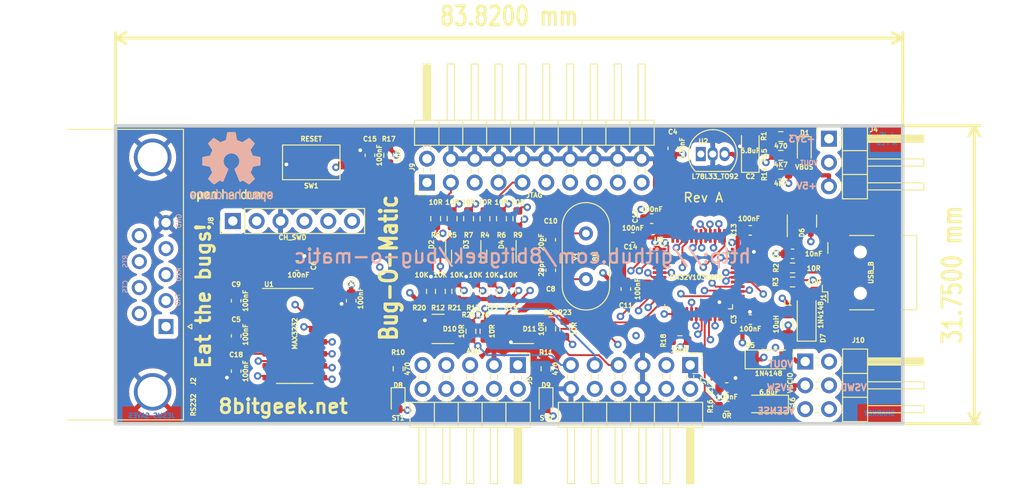
<source format=kicad_pcb>
(kicad_pcb (version 20220427) (generator pcbnew)
  (layers (0 "F.Cu" mixed) (1 "In1.Cu" mixed) (2 "In2.Cu" mixed) (31 "B.Cu" mixed) (34 "B.Paste" user) (35 "F.Paste" user) (36 "B.SilkS" user "B.Silkscreen") (37 "F.SilkS" user "F.Silkscreen") (38 "B.Mask" user) (39 "F.Mask" user) (44 "Edge.Cuts" user))
  (net 0 "")
  (net 1 "GND")
  (net 2 "/VUSB")
  (net 3 "+5V")
  (net 4 "+VSW")
  (net 5 "+3V3")
  (net 6 "/VOUTR")
  (net 7 "/VOUT")
  (net 8 "Net-(U1-C2+)")
  (net 9 "/TDI")
  (net 10 "/TCK")
  (net 11 "/TMS")
  (net 12 "/TDO")
  (net 13 "Net-(U1-C2-)")
  (net 14 "Net-(U1-VS+)")
  (net 15 "/TRST")
  (net 16 "/SRST")
  (net 17 "Net-(U3-PD1)")
  (net 18 "Net-(U1-C1-)")
  (net 19 "Net-(U1-C1+)")
  (net 20 "Net-(U3-PD0)")
  (net 21 "/CH_NRST")
  (net 22 "Net-(D1-K)")
  (net 23 "/MCU-TRST")
  (net 24 "/MCU-TDI")
  (net 25 "/MCU-TCK")
  (net 26 "/MCU-TMS")
  (net 27 "/MCU-TDO")
  (net 28 "/MCU-SRST")
  (net 29 "Net-(D8-K)")
  (net 30 "Net-(D9-K)")
  (net 31 "/MCU_SWNRST")
  (net 32 "/MCU_SWO")
  (net 33 "/MCU_SWDIO")
  (net 34 "/MCU_SWCLK")
  (net 35 "Net-(J2-Pad1)")
  (net 36 "/TXD")
  (net 37 "/RXD")
  (net 38 "/CTS")
  (net 39 "/RTS")
  (net 41 "/VTARGET")
  (net 42 "/AUX6")
  (net 43 "/AUX5")
  (net 44 "/AUX4")
  (net 45 "/AUX3")
  (net 46 "/AUX2")
  (net 47 "/AUX1")
  (net 48 "/AUX0")
  (net 49 "/I2C_SCL")
  (net 50 "/I2C_SDA")
  (net 51 "/UART_TX")
  (net 52 "/UART_RX")
  (net 53 "/CH_SWCLK")
  (net 54 "/CH_SWDIO")
  (net 55 "/CH_SWO")
  (net 59 "/SWCLK")
  (net 60 "/SWDIO")
  (net 61 "/NRST")
  (net 62 "/SWO")
  (net 63 "/UD+")
  (net 64 "/UD-")
  (net 65 "/BOOT1")
  (net 66 "/MCU_SWDIO_PUD")
  (net 67 "/MCU_RS232_CTS")
  (net 68 "/MCU_RS232_RTS")
  (net 69 "/MCU_RS232_TX")
  (net 70 "/MCU_RS232_RX")
  (net 72 "Net-(D7-A)")
  (net 73 "/VSWD")
  (net 74 "Net-(J1-D+)")
  (net 75 "Net-(J1-D-)")
  (net 76 "/ST0")
  (net 77 "/ST1")
  (net 78 "Net-(C18-Pad2)")
  (footprint "Capacitor_SMD:C_0603_1608Metric" (layer "F.Cu") (at 191.25 80)
    (fp_text reference "C1")
    (fp_text value "10nF")
  )
  (footprint "Capacitor_SMD:C_0603_1608Metric" (layer "F.Cu") (at 186.75 87)
    (fp_text reference "C3")
    (fp_text value "100nF")
  )
  (footprint "Package_TO_SOT_SMD:SOT-23" (layer "F.Cu") (at 162 88 180)
    (fp_text reference "D11")
    (fp_text value "NUP2105L" hide)
  )
  (footprint "LED_SMD:LED_0603_1608Metric" (layer "F.Cu") (at 165 95.75 -90)
    (fp_text reference "D9")
    (fp_text value "ST0")
  )
  (footprint "Capacitor_SMD:C_0603_1608Metric" (layer "F.Cu") (at 146.25 69.5 90)
    (fp_text reference "C15")
    (fp_text value "100nF")
  )
  (footprint "Crystal:Crystal_HC49-4H_Vertical" (layer "F.Cu") (at 169.25 82.7 90)
    (fp_text reference "Y1")
    (fp_text value "8M")
  )
  (footprint "Resistor_SMD:R_0603_1608Metric" (layer "F.Cu") (at 160.25 76.25 -90)
    (fp_text reference "R6")
    (fp_text value "10R")
  )
  (footprint "Capacitor_SMD:C_0603_1608Metric" (layer "F.Cu") (at 165.5 81.75 -90)
    (fp_text reference "C8")
    (fp_text value "20pF")
  )
  (footprint "Resistor_SMD:R_0603_1608Metric" (layer "F.Cu") (at 155 76.25 -90)
    (fp_text reference "R5")
    (fp_text value "10R")
  )
  (footprint "Connector_PinHeader_2.54mm:PinHeader_1x06_P2.54mm_Vertical" (layer "F.Cu") (at 131.65 76.5 90)
    (fp_text reference "J8")
    (fp_text value "CH_SWD")
  )
  (footprint "Resistor_SMD:R_0603_1608Metric" (layer "F.Cu") (at 153.25 76.25 -90)
    (fp_text reference "R8")
    (fp_text value "10R")
  )
  (footprint "Diode_SMD:D_MiniMELF" (layer "F.Cu") (at 188.75 91.25)
    (fp_text reference "D5")
    (fp_text value "1N4148")
  )
  (footprint "Resistor_SMD:R_0603_1608Metric" (layer "F.Cu") (at 153.75 84 90)
    (fp_text reference "R12")
    (fp_text value "10K")
  )
  (footprint "Package_TO_SOT_SMD:SOT-23" (layer "F.Cu") (at 153.5 88 180)
    (fp_text reference "D10")
    (fp_text value "NUP2105L" hide)
  )
  (footprint "Resistor_SMD:R_0603_1608Metric" (layer "F.Cu") (at 158.5 76.25 -90)
    (fp_text reference "R4")
    (fp_text value "10R")
  )
  (footprint "Resistor_SMD:R_0603_1608Metric" (layer "F.Cu") (at 159.25 84 90)
    (fp_text reference "R22")
    (fp_text value "10K")
  )
  (footprint "Package_SO:SOIC-16_3.9x9.9mm_P1.27mm" (layer "F.Cu") (at 138.25 88.75)
    (fp_text reference "U1")
    (fp_text value "MAX3232")
  )
  (footprint "Package_TO_SOT_THT:TO-92_Inline" (layer "F.Cu") (at 181.48 69.36)
    (fp_text reference "U2")
    (fp_text value "L78L33_TO92")
  )
  (footprint "Resistor_SMD:R_0603_1608Metric" (layer "F.Cu") (at 148.25 69.5 -90)
    (fp_text reference "R17")
    (fp_text value "10K")
  )
  (footprint "Capacitor_SMD:C_0603_1608Metric" (layer "F.Cu") (at 165.5 78.5 90)
    (fp_text reference "C10")
    (fp_text value "20pF")
  )
  (footprint "Capacitor_SMD:C_0603_1608Metric" (layer "F.Cu") (at 138.5 81.25 180)
    (fp_text reference "C6")
    (fp_text value "100nF")
  )
  (footprint "Capacitor_SMD:C_0603_1608Metric" (layer "F.Cu") (at 176.25 76.25 180)
    (fp_text reference "C12")
    (fp_text value "100nF")
  )
  (footprint "Connector_PinHeader_2.54mm:PinHeader_2x03_P2.54mm_Horizontal" (layer "F.Cu") (at 192.6 91.475)
    (fp_text reference "J10")
    (fp_text value "VCCIO")
  )
  (footprint "Resistor_SMD:R_0603_1608Metric" (layer "F.Cu") (at 149.25 92.25 90)
    (fp_text reference "R10")
    (fp_text value "470")
  )
  (footprint "Capacitor_Tantalum_SMD:CP_EIA-3216-18_Kemet-A" (layer "F.Cu") (at 186.75 69 90)
    (fp_text reference "C2")
    (fp_text value "6.8uF")
  )
  (footprint "Inductor_SMD:L_0805_2012Metric" (layer "F.Cu") (at 190.75 87.5 90)
    (fp_text reference "L1")
    (fp_text value "10uH")
  )
  (footprint "Package_TO_SOT_SMD:SOT-23" (layer "F.Cu") (at 156.5 80.25 -90)
    (fp_text reference "D3")
    (fp_text value "NUP2105L" hide)
  )
  (footprint "Capacitor_SMD:C_0603_1608Metric" (layer "F.Cu") (at 132 92.5 90)
    (fp_text reference "C18")
    (fp_text value "100nF")
  )
  (footprint "LED_SMD:LED_0603_1608Metric" (layer "F.Cu") (at 149.25 95.75 -90)
    (fp_text reference "D8")
    (fp_text value "ST1")
  )
  (footprint "Resistor_SMD:R_0603_1608Metric" (layer "F.Cu") (at 155.5 84 90)
    (fp_text reference "R21")
    (fp_text value "10K")
  )
  (footprint "Package_TO_SOT_SMD:SOT-23" (layer "F.Cu") (at 192.25 76.5 90)
    (fp_text reference "D6")
    (fp_text value "NUP2105L" hide)
  )
  (footprint "Capacitor_SMD:C_0603_1608Metric" (layer "F.Cu") (at 178.5 68.75 90)
    (fp_text reference "C4")
    (fp_text value "100nF")
  )
  (footprint "Diode_SMD:D_MiniMELF" (layer "F.Cu") (at 192.75 86.75 90)
    (fp_text reference "D7")
    (fp_text value "1N4148")
  )
  (footprint "Resistor_SMD:R_0603_1608Metric" (layer "F.Cu") (at 157 88.25 90)
    (fp_text reference "R25")
    (fp_text value "10R")
  )
  (footprint "Resistor_SMD:R_0603_1608Metric" (layer "F.Cu") (at 165 92.25 90)
    (fp_text reference "R11")
    (fp_text value "470")
  )
  (footprint "Connector_USB:USB_Mini-B_Wuerth_65100516121_Horizontal" (layer "F.Cu") (at 198.475 82 90)
    (fp_text reference "J1")
    (fp_text value "USB_B")
  )
  (footprint "Resistor_SMD:R_0603_1608Metric" (layer "F.Cu") (at 190 67.5 180)
    (fp_text reference "R1")
    (fp_text value "470")
  )
  (footprint "Capacitor_SMD:C_0603_1608Metric" (layer "F.Cu") (at 132 88.75 -90)
    (fp_text reference "C5")
    (fp_text value "100nF")
  )
  (footprint "Capacitor_SMD:C_0603_1608Metric" (layer "F.Cu") (at 144.25 85 -90)
    (fp_text reference "C7")
    (fp_text value "100nF")
  )
  (footprint "Capacitor_SMD:C_0603_1608Metric" (layer "F.Cu") (at 173.5 83.75 90)
    (fp_text reference "C11")
    (fp_text value "100nF")
  )
  (footprint "Package_QFP:LQFP-48_7x7mm_P0.5mm" (layer "F.Cu") (at 181.25 82.25)
    (fp_text reference "U3")
    (fp_text value "CH32V103C8T6")
  )
  (footprint "Connector_PinHeader_2.54mm:PinHeader_1x03_P2.54mm_Horizontal" (layer "F.Cu") (at 195.125 67.725)
    (fp_text reference "J4")
    (fp_text value "VOUT")
  )
  (footprint "Resistor_SMD:R_0603_1608Metric" (layer "F.Cu") (at 190 71.5)
    (fp_text reference "R14")
    (fp_text value "4K7")
  )
  (footprint "Resistor_SMD:R_0603_1608Metric" (layer "F.Cu") (at 191.25 83)
    (fp_text reference "R3")
    (fp_text value "10R")
  )
  (footprint "Connector_PinHeader_2.54mm:PinHeader_2x10_P2.54mm_Horizontal" (layer "F.Cu") (at 152.325 72.4 90)
    (fp_text reference "J9")
    (fp_text value "JTAG")
  )
  (footprint "Connector_PinHeader_2.54mm:PinHeader_2x05_P2.54mm_Horizontal" (layer "F.Cu") (at 162 91.85 -90)
    (fp_text reference "J5")
    (fp_text value "AUX")
  )
  (footprint "Capacitor_Tantalum_SMD:CP_EIA-3216-18_Kemet-A" (layer "F.Cu") (at 188.5 96 180)
    (fp_text reference "C16")
    (fp_text value "6.8uF")
  )
  (footprint "Resistor_SMD:R_0603_1608Metric" (layer "F.Cu") (at 157.5 84 90)
    (fp_text reference "R13")
    (fp_text value "10K")
  )
  (footprint "Resistor_SMD:R_0603_1608Metric" (layer "F.Cu") (at 162 76.25 -90)
    (fp_text reference "R9")
    (fp_text value "10R")
  )
  (footprint "Resistor_SMD:R_0603_1608Metric" (layer "F.Cu") (at 165.5 88 90)
    (fp_text reference "R24")
    (fp_text value "10R")
  )
  (footprint "Resistor_SMD:R_0603_1608Metric" (layer "F.Cu") (at 151.75 84 90)
    (fp_text reference "R20")
    (fp_text value "10K")
  )
  (footprint "Capacitor_SMD:C_0603_1608Metric" (layer "F.Cu") (at 186.75 77.5)
    (fp_text reference "C13")
    (fp_text value "100nF")
  )
  (footprint "Resistor_SMD:R_0603_1608Metric" (layer "F.Cu") (at 161.25 84 90)
    (fp_text reference "R19")
    (fp_text value "10K")
  )
  (footprint "Resistor_SMD:R_0603_1608Metric" (layer "F.Cu") (at 191.25 81.5)
    (fp_text reference "R2")
    (fp_text value "10R")
  )
  (footprint "Capacitor_SMD:C_0603_1608Metric" (layer "F.Cu") (at 132 85 90)
    (fp_text reference "C9")
    (fp_text value "100nF")
  )
  (footprint "Resistor_SMD:R_0603_1608Metric" (layer "F.Cu") (at 179.25 89.25 180)
    (fp_text reference "R18")
    (fp_text value "100R")
  )
  (footprint "Resistor_SMD:R_0603_1608Metric" (layer "F.Cu") (at 190 69.5 180)
    (fp_text reference "R15")
    (fp_text value "4K7")
  )
  (footprint "Connector_PinHeader_2.54mm:PinHeader_2x06_P2.54mm_Horizontal" (layer "F.Cu") (at 180.35 91.85 -90)
    (fp_text reference "J7")
    (fp_text value "SWD/SERIAL")
  )
  (footprint "Resistor_SMD:R_0603_1608Metric" (layer "F.Cu") (at 156.75 76.25 -90)
    (fp_text reference "R7")
    (fp_text value "10R")
  )
  (footprint "Resistor_SMD:R_0603_1608Metric" (layer "F.Cu") (at 184.25 96.25)
    (fp_text reference "R16")
    (fp_text value "0R")
  )
  (footprint "Capacitor_SMD:C_0603_1608Metric" (layer "F.Cu") (at 174.25 78.25 180)
    (fp_text reference "C14")
    (fp_text value "100nF")
  )
  (footprint "Resistor_SMD:R_0603_1608Metric" (layer "F.Cu") (at 158.5 88.25 -90)
    (fp_text reference "R26")
    (fp_text value "10R")
  )
  (footprint "Package_TO_SOT_SMD:SOT-23" (layer "F.Cu") (at 160.25 80.25 -90)
    (fp_text reference "D4")
    (fp_text value "NUP2105L" hide)
  )
  (footprint "Symbol:OSHW-Logo2_9.8x8mm_SilkScreen" (layer "F.Cu") (at 131.5 70.75)
    (fp_text reference "REF1" hide)
    (fp_text value "OSHW-Logo2_9.8x8mm_SilkScreen" hide)
  )
  (footprint "Resistor_SMD:R_0603_1608Metric" (layer "F.Cu") (at 167 88 90)
    (fp_text reference "R23")
    (fp_text value "10R")
  )
  (footprint "Package_TO_SOT_SMD:SOT-23" (layer "F.Cu") (at 152.75 80.25 -90)
    (fp_text reference "D2")
    (fp_text value "NUP2105L" hide)
  )
  (footprint "Connector_Dsub:DSUB-9_Female_Horizontal_P2.77x2.84mm_EdgePinOffset7.70mm_Housed_MountingHolesOffset9.12mm" (layer "F.Cu") (at 124.5303 87.75 -90)
    (fp_text reference "J2")
    (fp_text value "RS232")
  )
  (footprint "Capacitor_SMD:C_0603_1608Metric" (layer "F.Cu") (at 184.25 94.25)
    (fp_text reference "C17")
    (fp_text value "100nF")
  )
  (footprint "LED_SMD:LED_0603_1608Metric" (layer "F.Cu") (at 192.5 69 -90)
    (fp_text reference "D1")
    (fp_text value "VBUS")
  )
  (footprint "Button_Switch_SMD:SW_SPST_CK_RS282G05A3" (layer "F.Cu") (at 140 70.25 180)
    (fp_text reference "SW1")
    (fp_text value "RESET")
  )
  (footprint "Symbol:OSHW-Logo2_9.8x8mm_SilkScreen" (layer "B.Cu") (at 131.5 70.75 180)
    (fp_text reference "REF2" hide)
    (fp_text value "OSHW-Logo2_9.8x8mm_SilkScreen" hide)
  )
  (gr_line (start 119.16254 66.35) (end 202.98254 66.35) (stroke (width 0.381)) (layer "Edge.Cuts"))
  (gr_line (start 119.16254 98.1) (end 119.16254 66.35) (stroke (width 0.381)) (layer "Edge.Cuts"))
  (gr_line (start 202.98254 98.1) (end 119.16254 98.1) (stroke (width 0.381)) (layer "Edge.Cuts"))
  (gr_line (start 202.98254 66.35) (end 202.98254 98.1) (stroke (width 0.381)) (layer "Edge.Cuts"))
  (gr_text "JESUS SAVES" (at 123 97.25) (layer "B.Cu") (effects (font (size 0.5 0.5) (thickness 0.125)) (justify mirror)))
  (gr_text "L IS\nA FED" (at 201.25 67.75) (layer "B.Cu") (effects (font (size 0.5 0.5) (thickness 0.125)) (justify mirror)))
  (gr_text "SHARKEY" (at 200.5 97) (layer "B.Cu") (effects (font (size 0.5 0.5) (thickness 0.125)) (justify mirror)))
  (gr_text "http://github.com/8bitgeek/bug-o-matic" (at 162.5 80.25) (layer "B.SilkS") (effects (font (size 1.5 1.5) (thickness 0.25) bold) (justify mirror)))
  (gr_text "VSWD" (at 197.75 94.25) (layer "B.SilkS") (effects (font (size 0.7 0.7) (thickness 0.175)) (justify mirror)))
  (gr_text "+VSW" (at 190 94.25) (layer "B.SilkS") (effects (font (size 0.7 0.7) (thickness 0.175)) (justify mirror)))
  (gr_text "VOUT" (at 190 91.75) (layer "B.SilkS") (effects (font (size 0.7 0.7) (thickness 0.175)) (justify mirror)))
  (gr_text "TXD" (at 125.8 84.9 90) (layer "B.SilkS") (effects (font (size 0.508 0.508) (thickness 0.0762)) (justify mirror)))
  (gr_text "+3V3" (at 192.25 67.75) (layer "B.SilkS") (effects (font (size 0.7 0.7) (thickness 0.175)) (justify mirror)))
  (gr_text "VSENSE" (at 189.5 96.75) (layer "B.SilkS") (effects (font (size 0.7 0.7) (thickness 0.175)) (justify mirror)))
  (gr_text "RTS" (at 120.2 80.8 90) (layer "B.SilkS") (effects (font (size 0.508 0.508) (thickness 0.0762)) (justify mirror)))
  (gr_text "CTS" (at 120.2 83.5 90) (layer "B.SilkS") (effects (font (size 0.508 0.508) (thickness 0.0762)) (justify mirror)))
  (gr_text "+5V" (at 192.75 72.75) (layer "B.SilkS") (effects (font (size 0.7 0.7) (thickness 0.175)) (justify mirror)))
  (gr_text "RXD" (at 125.9 82.2 90) (layer "B.SilkS") (effects (font (size 0.508 0.508) (thickness 0.0762)) (justify mirror)))
  (gr_text "GND" (at 125.9 76.5 90) (layer "B.SilkS") (effects (font (size 0.508 0.508) (thickness 0.0762)) (justify mirror)))
  (gr_text "Rev A" (at 181.75 74) (layer "F.SilkS") (effects (font (size 1 1))))
  (gr_text "Bug-O-Matic" (at 148.25 81.5 90) (layer "F.SilkS") (effects (font (size 1.8 1.5) (thickness 0.35) bold)))
  (gr_text "Eat the bugs!" (at 128.5 84.5 90) (layer "F.SilkS") (effects (font (size 1.5 1.5) (thickness 0.3) bold)))
  (gr_text "8bitgeek.net" (at 137 96.25) (layer "F.SilkS") (effects (font (size 1.5 1.5) (thickness 0.3) bold)))
  (dimension (type aligned) (layer "F.SilkS") (pts (xy 202.72854 98.1) (xy 202.72854 66.35)) (height 7.87146) (gr_text "31.7500 mm" (at 208.2632 82.225 90) (layer "F.SilkS") (effects (font (size 2.032 1.524) (thickness 0.3048)))) (format (units 2) (units_format 1) (precision 4)) (style (thickness 0.3048) (arrow_length 1.27) (text_position_mode 0) (extension_height 0.58642) (extension_offset 0) keep_text_aligned))
  (dimension (type aligned) (layer "F.SilkS") (pts (xy 202.98254 66.477) (xy 119.16254 66.477)) (height 9.477) (gr_text "83.8200 mm" (at 161.07254 54.6632) (layer "F.SilkS") (effects (font (size 2.032 1.524) (thickness 0.3048)))) (format (units 2) (units_format 1) (precision 4)) (style (thickness 0.3048) (arrow_length 1.27) (text_position_mode 0) (extension_height 0.58642) (extension_offset 0) keep_text_aligned))
  (segment (start 201.375 77.6) (end 197.4503 77.6) (width 0.45) (layer "F.Cu") (net 1))
  (segment (start 183.4627 85.3806) (end 183.4627 85.1501) (width 0.45) (layer "F.Cu") (net 1))
  (segment (start 137.1753 70.25) (end 137.1753 70.2927) (width 0.45) (layer "F.Cu") (net 1))
  (segment (start 176.9064 74.4694) (end 176.9064 74.8186) (width 0.45) (layer "F.Cu") (net 1))
  (segment (start 164.6487 81.7245) (end 164.7505 81.7245) (width 0.45) (layer "F.Cu") (net 1))
  (segment (start 185.025 93.388) (end 185.1755 93.2375) (width 0.45) (layer "F.Cu") (net 1))
  (segment (start 145.2121 68.9532) (end 146.0218 68.9532) (width 0.45) (layer "F.Cu") (net 1))
  (segment (start 180.2508 77.0026) (end 179.0903 77.0026) (width 0.45) (layer "F.Cu") (net 1))
  (segment (start 192.25 75.5625) (end 192.025 75.7875) (width 0.45) (layer "F.Cu") (net 1))
  (segment (start 165.5 80.975) (end 165.5 79.275) (width 0.45) (layer "F.Cu") (net 1))
  (segment (start 152.5625 88.1125) (end 152.5625 88) (width 0.45) (layer "F.Cu") (net 1))
  (segment (start 187.525 87) (end 186.7134 86.1884) (width 0.45) (layer "F.Cu") (net 1))
  (segment (start 185.652 68.5425) (end 185.8575 68.5425) (width 0.45) (layer "F.Cu") (net 1))
  (segment (start 192.025 75.7875) (end 192.025 76.3496) (width 0.45) (layer "F.Cu") (net 1))
  (segment (start 161.0625 88) (end 161.2551 88.1926) (width 0.45) (layer "F.Cu") (net 1))
  (segment (start 195.875 81.2) (end 194.2997 81.2) (width 0.45) (layer "F.Cu") (net 1))
  (segment (start 185.7658 96) (end 187.15 96) (width 0.45) (layer "F.Cu") (net 1))
  (segment (start 187.1337 79.7854) (end 187.525 79.3941) (width 0.45) (layer "F.Cu") (net 1))
  (segment (start 176.615 69.86) (end 178.5 67.975) (width 0.45) (layer "F.Cu") (net 1))
  (segment (start 194.2997 80.8064) (end 192.8314 80.8064) (width 0.45) (layer "F.Cu") (net 1))
  (segment (start 160.25 82.4277) (end 160.25 81.1875) (width 0.45) (layer "F.Cu") (net 1))
  (segment (start 143.2259 85.3343) (end 143.8093 85.3343) (width 0.45) (layer "F.Cu") (net 1))
  (segment (start 186.4444 80.0373) (end 185.4498 80.0373) (width 0.3004) (layer "F.Cu") (net 1))
  (segment (start 146.0218 68.9532) (end 146.25 68.725) (width 0.45) (layer "F.Cu") (net 1))
  (segment (start 187.525 77.5) (end 188.6754 76.3496) (width 0.45) (layer "F.Cu") (net 1))
  (segment (start 152.75 82.4331) (end 152.75 81.1875) (width 0.45) (layer "F.Cu") (net 1))
  (segment (start 152.5625 87.5445) (end 152.1067 87.0887) (width 0.45) (layer "F.Cu") (net 1))
  (segment (start 156.5 82.4285) (end 156.5 81.1875) (width 0.45) (layer "F.Cu") (net 1))
  (segment (start 186.8818 80.0373) (end 187.1337 79.7854) (width 0.45) (layer "F.Cu") (net 1))
  (segment (start 186.4444 80.0373) (end 186.8818 80.0373) (width 0.45) (layer "F.Cu") (net 1))
  (segment (start 179.0903 77.0026) (end 179.0374 77.0555) (width 0.45) (layer "F.Cu") (net 1))
  (segment (start 185.025 94.25) (end 185.025 93.388) (width 0.45) (layer "F.Cu") (net 1))
  (segment (start 183.4627 86.3752) (end 183.5 86.4125) (width 0.3004) (layer "F.Cu") (net 1))
  (segment (start 175.475 76.25) (end 173.475 78.25) (width 0.45) (layer "F.Cu") (net 1))
  (segment (start 197.4503 77.6) (end 197.4503 80.4) (width 0.45) (layer "F.Cu") (net 1))
  (segment (start 195.875 80.4) (end 195.0874 80.4) (width 0.45) (layer "F.Cu") (net 1))
  (segment (start 197.4503 86.4) (end 195.875 86.4) (width 0.45) (layer "F.Cu") (net 1))
  (segment (start 185.075 96.25) (end 185.5454 95.7796) (width 0.45) (layer "F.Cu") (net 1))
  (segment (start 136.1 70.25) (end 137.1753 70.25) (width 0.45) (layer "F.Cu") (net 1))
  (segment (start 131.0222 93.191) (end 131.916 93.191) (width 0.45) (layer "F.Cu") (net 1))
  (segment (start 185.025 95.2592) (end 185.025 94.25) (width 0.45) (layer "F.Cu") (net 1))
  (segment (start 139.275 81.25) (end 139.275 80.238) (width 0.45) (layer "F.Cu") (net 1))
  (segment (start 185.4498 80.0373) (end 185.4125 80) (width 0.3004) (layer "F.Cu") (net 1))
  (segment (start 176.9064 74.8186) (end 175.475 76.25) (width 0.45) (layer "F.Cu") (net 1))
  (segment (start 180.5 78.0875) (end 180.5 77.2518) (width 0.45) (layer "F.Cu") (net 1))
  (segment (start 165.7387 92.1637) (end 165 91.425) (width 0.45) (layer "F.Cu") (net 1))
  (segment (start 192.8314 80.8064) (end 192.025 80) (width 0.45) (layer "F.Cu") (net 1))
  (segment (start 176.615 69.86) (end 176.615 74.178) (width 0.45) (layer "F.Cu") (net 1))
  (segment (start 186.75 67.65) (end 189.025 67.65) (width 0.45) (layer "F.Cu") (net 1))
  (segment (start 194.2997 80.8064) (end 194.2997 81.2) (width 0.45) (layer "F.Cu") (net 1))
  (segment (start 152.5625 88) (end 152.5625 87.5445) (width 0.45) (layer "F.Cu") (net 1))
  (segment (start 195.0874 80.4) (end 194.7061 80.4) (width 0.45) (layer "F.Cu") (net 1))
  (segment (start 173.475 78.25) (end 173.3094 78.4156) (width 0.45) (layer "F.Cu") (net 1))
  (segment (start 173.3094 78.4156) (end 173.3094 82.7596) (width 0.45) (layer "F.Cu") (net 1))
  (segment (start 179.0374 78.0501) (end 179 78.0875) (width 0.3004) (layer "F.Cu") (net 1))
  (segment (start 185.8575 68.5425) (end 186.75 67.65) (width 0.45) (layer "F.Cu") (net 1))
  (segment (start 173.5124 82.9626) (end 173.5 82.975) (width 0.45) (layer "F.Cu") (net 1))
  (segment (start 179.0903 77.0026) (end 176.9064 74.8186) (width 0.45) (layer "F.Cu") (net 1))
  (segment (start 183.4627 85.3806) (end 183.4627 86.3752) (width 0.3004) (layer "F.Cu") (net 1))
  (segment (start 185.5454 95.7796) (end 185.025 95.2592) (width 0.45) (layer "F.Cu") (net 1))
  (segment (start 189.025 67.65) (end 189.175 67.5) (width 0.45) (layer "F.Cu") (net 1))
  (segment (start 192.025 76.3496) (end 192.025 80) (width 0.45) (layer "F.Cu") (net 1))
  (segment (start 197.4503 86.4) (end 197.4503 80.4) (width 0.45) (layer "F.Cu") (net 1))
  (segment (start 161.2551 89.4174) (end 161.4137 89.576) (width 0.45) (layer "F.Cu") (net 1))
  (segment (start 142.9852 85.575) (end 143.2259 85.3343) (width 0.45) (layer "F.Cu") (net 1))
  (segment (start 176.0555 82.9626) (end 173.5124 82.9626) (width 0.45) (layer "F.Cu") (net 1))
  (segment (start 131.916 93.191) (end 132 93.275) (width 0.45) (layer "F.Cu") (net 1))
  (segment (start 175.185 69.86) (end 176.615 69.86) (width 0.45) (layer "F.Cu") (net 1))
  (segment (start 163.151 89.576) (end 165 91.425) (width 0.45) (layer "F.Cu") (net 1))
  (segment (start 180.5 77.2518) (end 180.2508 77.0026) (width 0.45) (layer "F.Cu") (net 1))
  (segment (start 173.3094 82.7596) (end 173.5124 82.9626) (width 0.45) (layer "F.Cu") (net 1))
  (segment (start 187.525 79.3941) (end 187.525 77.5) (width 0.45) (layer "F.Cu") (net 1))
  (segment (start 177.0501 82.9626) (end 177.0875 83) (width 0.3004) (layer "F.Cu") (net 1))
  (segment (start 176.0555 82.9626) (end 177.0501 82.9626) (width 0.3004) (layer "F.Cu") (net 1))
  (segment (start 164.7505 81.7245) (end 165.5 80.975) (width 0.45) (layer "F.Cu") (net 1))
  (segment (start 140.725 85.575) (end 142.9852 85.575) (width 0.45) (layer "F.Cu") (net 1))
  (segment (start 137.1753 70.2927) (end 137.3524 70.4698) (width 0.45) (layer "F.Cu") (net 1))
  (segment (start 185.5454 95.7796) (end 185.7658 96) (width 0.45) (layer "F.Cu") (net 1))
  (segment (start 161.4137 89.576) (end 163.151 89.576) (width 0.45) (layer "F.Cu") (net 1))
  (segment (start 197.4503 77.6) (end 195.875 77.6) (width 0.45) (layer "F.Cu") (net 1))
  (segment (start 188.6754 76.3496) (end 192.025 76.3496) (width 0.45) (layer "F.Cu") (net 1))
  (segment (start 161.2551 88.1926) (end 161.2551 89.4174) (width 0.45) (layer "F.Cu") (net 1))
  (segment (start 194.7061 80.4) (end 194.2997 80.8064) (width 0.45) (layer "F.Cu") (net 1))
  (segment (start 195.875 80.4) (end 197.4503 80.4) (width 0.45) (layer "F.Cu") (net 1))
  (segment (start 201.375 86.4) (end 197.4503 86.4) (width 0.45) (layer "F.Cu") (net 1))
  (segment (start 149.25 91.425) (end 152.5625 88.1125) (width 0.45) (layer "F.Cu") (net 1))
  (segment (start 179.0374 77.0555) (end 179.0374 78.0501) (width 0.3004) (layer "F.Cu") (net 1))
  (segment (start 176.615 74.178) (end 176.9064 74.4694) (width 0.45) (layer "F.Cu") (net 1))
  (segment (start 143.8093 85.3343) (end 144.25 85.775) (width 0.45) (layer "F.Cu") (net 1))
  (via (at 161.2551 89.4174) (size 0.8) (drill 0.4) (layers "F.Cu" "B.Cu") (net 1))
  (via (at 143.2259 85.3343) (size 0.8) (drill 0.4) (layers "F.Cu" "B.Cu") (net 1))
  (via (at 183.4627 85.1501) (size 0.8) (drill 0.4) (layers "F.Cu" "B.Cu") (net 1))
  (via (at 131.0222 93.191) (size 0.8) (drill 0.4) (layers "F.Cu" "B.Cu") (net 1))
  (via (at 185.1755 93.2375) (size 0.8) (drill 0.4) (layers "F.Cu" "B.Cu") (net 1))
  (via (at 186.7134 86.1884) (size 0.8) (drill 0.4) (layers "F.Cu" "B.Cu") (net 1))
  (via (at 152.75 82.4331) (size 0.8) (drill 0.4) (layers "F.Cu" "B.Cu") (net 1))
  (via (at 164.6487 81.7245) (size 0.8) (drill 0.4) (layers "F.Cu" "B.Cu") (net 1))
  (via (at 139.275 80.238) (size 0.8) (drill 0.4) (layers "F.Cu" "B.Cu") (net 1))
  (via (at 187.1337 79.7854) (size 0.8) (drill 0.4) (layers "F.Cu" "B.Cu") (net 1))
  (via (at 185.652 68.5425) (size 0.8) (drill 0.4) (layers "F.Cu" "B.Cu") (net 1))
  (via (at 165.7387 92.1637) (size 0.8) (drill 0.4) (layers "F.Cu" "B.Cu") (net 1))
  (via (at 152.1067 87.0887) (size 0.8) (drill 0.4) (layers "F.Cu" "B.Cu") (net 1))
  (via (at 145.2121 68.9532) (size 0.8) (drill 0.4) (layers "F.Cu" "B.Cu") (net 1))
  (via (at 160.25 82.4277) (size 0.8) (drill 0.4) (layers "F.Cu" "B.Cu") (net 1))
  (via (at 137.3524 70.4698) (size 0.8) (drill 0.4) (layers "F.Cu" "B.Cu") (net 1))
  (via (at 156.5 82.4285) (size 0.8) (drill 0.4) (layers "F.Cu" "B.Cu") (net 1))
  (segment (start 190.818 88.4945) (end 190.75 88.5625) (width 0.45) (layer "F.Cu") (net 2))
  (segment (start 190.818 88.4945) (end 190.818 87.628) (width 0.45) (layer "F.Cu") (net 2))
  (segment (start 191.5747 88.5) (end 190.8235 88.5) (width 0.45) (layer "F.Cu") (net 2))
  (segment (start 190.8235 88.5) (end 190.818 88.4945) (width 0.45) (layer "F.Cu") (net 2))
  (segment (start 190.818 87.628) (end 190.7871 87.5971) (width 0.45) (layer "F.Cu") (net 2))
  (segment (start 189.519 79.995) (end 190.47 79.995) (width 0.45) (layer "F.Cu") (net 2))
  (segment (start 190.47 79.995) (end 190.475 80) (width 0.45) (layer "F.Cu") (net 2))
  (segment (start 192.75 88.5) (end 191.5747 88.5) (width 0.45) (layer "F.Cu") (net 2))
  (via (at 190.7871 87.5971) (size 0.8) (drill 0.4) (layers "F.Cu" "B.Cu") (net 2))
  (via (at 189.519 79.995) (size 0.8) (drill 0.4) (layers "F.Cu" "B.Cu") (net 2))
  (segment (start 195.125 72.805) (end 195.125 71.6297) (width 0.45) (layer "F.Cu") (net 3))
  (segment (start 194.3422 71.6297) (end 192.5 69.7875) (width 0.45) (layer "F.Cu") (net 3))
  (segment (start 184.02 69.36) (end 184.8703 69.36) (width 0.45) (layer "F.Cu") (net 3))
  (segment (start 190.1607 84.7375) (end 190.75 85.3268) (width 0.45) (layer "F.Cu") (net 3))
  (segment (start 195.125 71.6297) (end 194.3422 71.6297) (width 0.45) (layer "F.Cu") (net 3))
  (segment (start 190.75 85.3268) (end 190.75 86.4375) (width 0.45) (layer "F.Cu") (net 3))
  (segment (start 185.8603 70.35) (end 186.75 70.35) (width 0.45) (layer "F.Cu") (net 3))
  (segment (start 184.8703 69.36) (end 185.8603 70.35) (width 0.45) (layer "F.Cu") (net 3))
  (via (at 190.1607 84.7375) (size 0.8) (drill 0.4) (layers "F.Cu" "B.Cu") (net 3))
  (segment (start 149.0309 69.4559) (end 148.25 68.675) (width 0.45) (layer "F.Cu") (net 4))
  (segment (start 177.0093 77.8328) (end 177.0093 76.2657) (width 0.45) (layer "F.Cu") (net 4))
  (segment (start 185.4125 79.5) (end 185.4125 78.7903) (width 0.45) (layer "F.Cu") (net 4))
  (segment (start 185.975 87) (end 185.9159 87.0591) (width 0.45) (layer "F.Cu") (net 4))
  (segment (start 176.6105 83.5) (end 176.5975 83.513) (width 0.45) (layer "F.Cu") (net 4))
  (segment (start 184.8021 78.7903) (end 185.4125 78.7903) (width 0.45) (layer "F.Cu") (net 4))
  (segment (start 185.2693 86.4125) (end 185.9159 87.0591) (width 0.45) (layer "F.Cu") (net 4))
  (segment (start 189.85 96) (end 191.4247 94.4253) (width 0.45) (layer "F.Cu") (net 4))
  (segment (start 153.75 84.825) (end 151.75 84.825) (width 0.45) (layer "F.Cu") (net 4))
  (segment (start 162.0774 83.9096) (end 161.25 84.737) (width 0.45) (layer "F.Cu") (net 4))
  (segment (start 173.5 84.525) (end 171.0601 82.0851) (width 0.45) (layer "F.Cu") (net 4))
  (segment (start 185.975 74.7) (end 189.175 71.5) (width 0.45) (layer "F.Cu") (net 4))
  (segment (start 185.975 77.5) (end 185.975 74.7) (width 0.45) (layer "F.Cu") (net 4))
  (segment (start 140.805 84.225) (end 140.725 84.305) (width 0.45) (layer "F.Cu") (net 4))
  (segment (start 191.4247 94.4253) (end 191.4247 94.015) (width 0.45) (layer "F.Cu") (net 4))
  (segment (start 157.5 84.825) (end 155.5 84.825) (width 0.45) (layer "F.Cu") (net 4))
  (segment (start 155.5 84.825) (end 153.75 84.825) (width 0.45) (layer "F.Cu") (net 4))
  (segment (start 161.25 84.737) (end 161.25 84.825) (width 0.45) (layer "F.Cu") (net 4))
  (segment (start 151.75 84.825) (end 151.1699 84.825) (width 0.45) (layer "F.Cu") (net 4))
  (segment (start 185.4125 78.0625) (end 185.975 77.5) (width 0.45) (layer "F.Cu") (net 4))
  (segment (start 190.825 69.85) (end 190.825 69.5) (width 0.45) (layer "F.Cu") (net 4))
  (segment (start 177.264 78.0875) (end 177.0093 77.8328) (width 0.45) (layer "F.Cu") (net 4))
  (segment (start 185.4125 78.7903) (end 185.4125 78.0625) (width 0.45) (layer "F.Cu") (net 4))
  (segment (start 178.5 78.0875) (end 177.264 78.0875) (width 0.45) (layer "F.Cu") (net 4))
  (segment (start 177.0875 79.5) (end 176.5921 79.0046) (width 0.45) (layer "F.Cu") (net 4))
  (segment (start 177.0875 83.5) (end 176.6105 83.5) (width 0.45) (layer "F.Cu") (net 4))
  (segment (start 144.25 84.225) (end 140.805 84.225) (width 0.45) (layer "F.Cu") (net 4))
  (segment (start 184 86.4125) (end 185.2693 86.4125) (width 0.45) (layer "F.Cu") (net 4))
  (segment (start 176.5921 78.25) (end 177.0093 77.8328) (width 0.45) (layer "F.Cu") (net 4))
  (segment (start 176.4175 83.513) (end 174.512 83.513) (width 0.45) (layer "F.Cu") (net 4))
  (segment (start 176.5921 78.25) (end 175.025 78.25) (width 0.45) (layer "F.Cu") (net 4))
  (segment (start 159.25 84.825) (end 161.25 84.825) (width 0.45) (layer "F.Cu") (net 4))
  (segment (start 176.5921 78.7903) (end 176.5921 78.25) (width 0.45) (layer "F.Cu") (net 4))
  (segment (start 144.25 84.225) (end 144.25 83.2671) (width 0.45) (layer "F.Cu") (net 4))
  (segment (start 177.0093 76.2657) (end 177.025 76.25) (width 0.45) (layer "F.Cu") (net 4))
  (segment (start 185.9159 87.0591) (end 185.9159 89.4713) (width 0.45) (layer "F.Cu") (net 4))
  (segment (start 189.175 71.5) (end 190.825 69.85) (width 0.45) (layer "F.Cu") (net 4))
  (segment (start 192.6 94.015) (end 191.4247 94.015) (width 0.45) (layer "F.Cu") (net 4))
  (segment (start 176.5921 79.0046) (end 176.5921 78.7903) (width 0.45) (layer "F.Cu") (net 4))
  (segment (start 171.0601 82.0851) (end 171.0601 82.0247) (width 0.45) (layer "F.Cu") (net 4))
  (segment (start 174.512 83.513) (end 173.5 84.525) (width 0.45) (layer "F.Cu") (net 4))
  (segment (start 176.4175 83.513) (end 176.5975 83.513) (width 0.3004) (layer "F.Cu") (net 4))
  (segment (start 151.1699 84.825) (end 150.4932 84.1483) (width 0.45) (layer "F.Cu") (net 4))
  (segment (start 159.25 84.825) (end 157.5 84.825) (width 0.45) (layer "F.Cu") (net 4))
  (via (at 184.8021 78.7903) (size 0.8) (drill 0.4) (layers "F.Cu" "B.Cu") (net 4))
  (via (at 144.25 83.2671) (size 0.8) (drill 0.4) (layers "F.Cu" "B.Cu") (net 4))
  (via (at 162.0774 83.9096) (size 0.8) (drill 0.4) (layers "F.Cu" "B.Cu") (net 4))
  (via (at 149.0309 69.4559) (size 0.8) (drill 0.4) (layers "F.Cu" "B.Cu") (net 4))
  (via (at 150.4932 84.1483) (size 0.8) (drill 0.4) (layers "F.Cu" "B.Cu") (net 4))
  (via (at 185.9159 89.4713) (size 0.8) (drill 0.4) (layers "F.Cu" "B.Cu") (net 4))
  (via (at 176.5921 78.7903) (size 0.8) (drill 0.4) (layers "F.Cu" "B.Cu") (net 4))
  (via (at 171.0601 82.0247) (size 0.8) (drill 0.4) (layers "F.Cu" "B.Cu") (net 4))
  (segment (start 178.6485 69.3765) (end 178.5 69.525) (width 0.45) (layer "F.Cu") (net 5))
  (segment (start 179.5723 69.3765) (end 178.6485 69.3765) (width 0.45) (layer "F.Cu") (net 5))
  (via (at 175.1198 75.2667) (size 0.8) (drill 0.4) (layers "F.Cu" "B.Cu") (net 5))
  (via (at 179.5723 69.3765) (size 0.8) (drill 0.4) (layers "F.Cu" "B.Cu") (net 5))
  (segment (start 187 91.25) (end 187.9753 91.25) (width 0.45) (layer "F.Cu") (net 6))
  (segment (start 188.1958 91.0295) (end 187.9753 91.25) (width 0.45) (layer "F.Cu") (net 6))
  (via (at 189.4354 89.9884) (size 0.8) (drill 0.4) (layers "F.Cu" "B.Cu") (net 6))
  (via (at 188.1958 91.0295) (size 0.8) (drill 0.4) (layers "F.Cu" "B.Cu") (net 6))
  (segment (start 190.5 91.25) (end 191.4753 91.25) (width 0.45) (layer "F.Cu") (net 7))
  (segment (start 191.7003 91.475) (end 191.4753 91.25) (width 0.45) (layer "F.Cu") (net 7))
  (segment (start 192.6 91.475) (end 191.7003 91.475) (width 0.45) (layer "F.Cu") (net 7))
  (segment (start 135.775 88.115) (end 132.14 88.115) (width 0.2) (layer "F.Cu") (net 8))
  (segment (start 132.14 88.115) (end 132 87.975) (width 0.2) (layer "F.Cu") (net 8))
  (segment (start 155.7502 74.6748) (end 155 75.425) (width 0.2) (layer "F.Cu") (net 9))
  (via (at 155.7502 74.6748) (size 0.8) (drill 0.4) (layers "F.Cu" "B.Cu") (net 9))
  (segment (start 162.485 72.4) (end 161.4347 72.4) (width 0.2) (layer "F.Cu") (net 10))
  (segment (start 158.5 75.3347) (end 158.5 75.425) (width 0.2) (layer "F.Cu") (net 10))
  (segment (start 161.4347 72.4) (end 158.5 75.3347) (width 0.2) (layer "F.Cu") (net 10))
  (segment (start 157.5002 74.6748) (end 156.75 75.425) (width 0.2) (layer "F.Cu") (net 11))
  (via (at 157.5002 74.6748) (size 0.8) (drill 0.4) (layers "F.Cu" "B.Cu") (net 11))
  (segment (start 161.0029 74.6721) (end 160.25 75.425) (width 0.2) (layer "F.Cu") (net 12))
  (via (at 161.0029 74.6721) (size 0.8) (drill 0.4) (layers "F.Cu" "B.Cu") (net 12))
  (segment (start 132.14 89.385) (end 132 89.525) (width 0.2) (layer "F.Cu") (net 13))
  (segment (start 135.775 89.385) (end 132.14 89.385) (width 0.2) (layer "F.Cu") (net 13))
  (segment (start 136.0071 85.575) (end 137.725 83.8571) (width 0.2) (layer "F.Cu") (net 14))
  (segment (start 135.775 85.575) (end 136.0071 85.575) (width 0.2) (layer "F.Cu") (net 14))
  (segment (start 137.725 83.8571) (end 137.725 81.25) (width 0.2) (layer "F.Cu") (net 14))
  (segment (start 154.865 72.4) (end 154.865 73.4503) (width 0.2) (layer "F.Cu") (net 15))
  (segment (start 153.25 75.0653) (end 154.865 73.4503) (width 0.2) (layer "F.Cu") (net 15))
  (segment (start 153.25 75.425) (end 153.25 75.0653) (width 0.2) (layer "F.Cu") (net 15))
  (segment (start 162.9991 75.0303) (end 162.3947 75.0303) (width 0.2) (layer "F.Cu") (net 16))
  (segment (start 162.3947 75.0303) (end 162 75.425) (width 0.2) (layer "F.Cu") (net 16))
  (via (at 162.9991 75.0303) (size 0.8) (drill 0.4) (layers "F.Cu" "B.Cu") (net 16))
  (segment (start 169.25 82.7) (end 165.675 82.7) (width 0.2) (layer "F.Cu") (net 17))
  (segment (start 165.675 82.7) (end 165.5 82.525) (width 0.2) (layer "F.Cu") (net 17))
  (segment (start 177.0875 82) (end 178.3423 82) (width 0.2) (layer "F.Cu") (net 17))
  (via (at 178.3423 82) (size 0.8) (drill 0.4) (layers "F.Cu" "B.Cu") (net 17))
  (segment (start 135.775 86.845) (end 133.07 86.845) (width 0.2) (layer "F.Cu") (net 18))
  (segment (start 133.07 86.845) (end 132 85.775) (width 0.2) (layer "F.Cu") (net 18))
  (segment (start 135.695 84.225) (end 132 84.225) (width 0.2) (layer "F.Cu") (net 19))
  (segment (start 135.775 84.305) (end 135.695 84.225) (width 0.2) (layer "F.Cu") (net 19))
  (segment (start 177.0875 81.5) (end 177.7244 81.5) (width 0.2) (layer "F.Cu") (net 20))
  (segment (start 177.7244 81.5) (end 178.0257 81.1987) (width 0.2) (layer "F.Cu") (net 20))
  (segment (start 169.25 77.82) (end 165.595 77.82) (width 0.2) (layer "F.Cu") (net 20))
  (segment (start 178.0257 79.1679) (end 177.6868 78.829) (width 0.2) (layer "F.Cu") (net 20))
  (segment (start 178.0257 81.1987) (end 178.0257 79.1679) (width 0.2) (layer "F.Cu") (net 20))
  (segment (start 165.595 77.82) (end 165.5 77.725) (width 0.2) (layer "F.Cu") (net 20))
  (via (at 177.6868 78.829) (size 0.8) (drill 0.4) (layers "F.Cu" "B.Cu") (net 20))
  (segment (start 142.9497 70.25) (end 142.9497 70.4615) (width 0.2) (layer "F.Cu") (net 21))
  (segment (start 142.9497 70.4615) (end 142.6362 70.775) (width 0.2) (layer "F.Cu") (net 21))
  (segment (start 146.3 70.325) (end 146.25 70.275) (width 0.2) (layer "F.Cu") (net 21))
  (segment (start 176.3288 82.5) (end 177.0875 82.5) (width 0.2) (layer "F.Cu") (net 21))
  (segment (start 146.25 70.275) (end 144.8753 70.275) (width 0.2) (layer "F.Cu") (net 21))
  (segment (start 143.9 70.25) (end 142.9497 70.25) (width 0.2) (layer "F.Cu") (net 21))
  (segment (start 144.3752 70.25) (end 143.9 70.25) (width 0.2) (layer "F.Cu") (net 21))
  (segment (start 144.8753 70.275) (end 144.8503 70.25) (width 0.2) (layer "F.Cu") (net 21))
  (segment (start 175.847 82.0182) (end 176.3288 82.5) (width 0.2) (layer "F.Cu") (net 21))
  (segment (start 148.25 70.325) (end 146.3 70.325) (width 0.2) (layer "F.Cu") (net 21))
  (segment (start 144.3752 70.25) (end 144.8503 70.25) (width 0.2) (layer "F.Cu") (net 21))
  (via (at 175.847 82.0182) (size 0.8) (drill 0.4) (layers "F.Cu" "B.Cu") (net 21))
  (via (at 147.3013 81.4124) (size 0.8) (drill 0.4) (layers "F.Cu" "B.Cu") (net 21))
  (via (at 142.6362 70.775) (size 0.8) (drill 0.4) (layers "F.Cu" "B.Cu") (net 21))
  (segment (start 191.7875 67.5) (end 192.5 68.2125) (width 0.2) (layer "F.Cu") (net 22))
  (segment (start 190.825 67.5) (end 191.7875 67.5) (width 0.2) (layer "F.Cu") (net 22))
  (segment (start 153.5318 77.8091) (end 153.4176 77.6949) (width 0.2) (layer "F.Cu") (net 23))
  (segment (start 154.0096 77.8091) (end 153.5318 77.8091) (width 0.2) (layer "F.Cu") (net 23))
  (segment (start 182 77.4219) (end 181.4097 76.8316) (width 0.2) (layer "F.Cu") (net 23))
  (segment (start 151.75 79.3625) (end 151.8 79.3125) (width 0.2) (layer "F.Cu") (net 23))
  (segment (start 151.75 83.175) (end 151.75 79.3625) (width 0.2) (layer "F.Cu") (net 23))
  (segment (start 153.4176 77.6949) (end 153.4176 77.2426) (width 0.2) (layer "F.Cu") (net 23))
  (segment (start 182 78.0875) (end 182 77.4219) (width 0.2) (layer "F.Cu") (net 23))
  (segment (start 153.4176 77.2426) (end 153.25 77.075) (width 0.2) (layer "F.Cu") (net 23))
  (segment (start 151.8 79.3125) (end 153.4176 77.6949) (width 0.2) (layer "F.Cu") (net 23))
  (via (at 181.4097 76.8316) (size 0.8) (drill 0.4) (layers "F.Cu" "B.Cu") (net 23))
  (via (at 154.0096 77.8091) (size 0.8) (drill 0.4) (layers "F.Cu" "B.Cu") (net 23))
  (segment (start 185.4125 84) (end 186.5238 84) (width 0.2) (layer "F.Cu") (net 24))
  (segment (start 153.75 79.3625) (end 153.7 79.3125) (width 0.2) (layer "F.Cu") (net 24))
  (segment (start 153.7 79.3125) (end 155 78.0125) (width 0.2) (layer "F.Cu") (net 24))
  (segment (start 186.5238 84) (end 186.6533 83.8705) (width 0.2) (layer "F.Cu") (net 24))
  (segment (start 153.75 81.3379) (end 153.75 79.3625) (width 0.2) (layer "F.Cu") (net 24))
  (segment (start 155 78.0125) (end 155 77.075) (width 0.2) (layer "F.Cu") (net 24))
  (segment (start 153.75 83.175) (end 153.75 81.3379) (width 0.2) (layer "F.Cu") (net 24))
  (via (at 153.75 81.3379) (size 0.8) (drill 0.4) (layers "F.Cu" "B.Cu") (net 24))
  (via (at 186.6533 83.8705) (size 0.8) (drill 0.4) (layers "F.Cu" "B.Cu") (net 24))
  (segment (start 184.0995 84.5) (end 183.5157 83.9162) (width 0.2) (layer "F.Cu") (net 25))
  (segment (start 157.5 79.3125) (end 157.45 79.3125) (width 0.2) (layer "F.Cu") (net 25))
  (segment (start 183.5157 83.9162) (end 181.8744 83.9162) (width 0.2) (layer "F.Cu") (net 25))
  (segment (start 157.5 83.175) (end 157.5 79.3125) (width 0.2) (layer "F.Cu") (net 25))
  (segment (start 157.5 79.3125) (end 158.5 78.3125) (width 0.2) (layer "F.Cu") (net 25))
  (segment (start 158.5 78.3125) (end 158.5 77.075) (width 0.2) (layer "F.Cu") (net 25))
  (segment (start 158.2565 83.9315) (end 157.5 83.175) (width 0.2) (layer "F.Cu") (net 25))
  (segment (start 185.4125 84.5) (end 184.0995 84.5) (width 0.2) (layer "F.Cu") (net 25))
  (via (at 181.8744 83.9162) (size 0.8) (drill 0.4) (layers "F.Cu" "B.Cu") (net 25))
  (via (at 158.2565 83.9315) (size 0.8) (drill 0.4) (layers "F.Cu" "B.Cu") (net 25))
  (segment (start 156.2723 83.8973) (end 155.55 83.175) (width 0.2) (layer "F.Cu") (net 26))
  (segment (start 179.3605 84.2546) (end 179.6224 84.5165) (width 0.2) (layer "F.Cu") (net 26))
  (segment (start 155.55 78.275) (end 155.55 79.3125) (width 0.2) (layer "F.Cu") (net 26))
  (segment (start 183.6912 84.5165) (end 184.1747 85) (width 0.2) (layer "F.Cu") (net 26))
  (segment (start 156.75 77.075) (end 155.55 78.275) (width 0.2) (layer "F.Cu") (net 26))
  (segment (start 155.55 83.175) (end 155.5 83.175) (width 0.2) (layer "F.Cu") (net 26))
  (segment (start 179.6224 84.5165) (end 183.6912 84.5165) (width 0.2) (layer "F.Cu") (net 26))
  (segment (start 155.55 83.175) (end 155.55 79.3125) (width 0.2) (layer "F.Cu") (net 26))
  (segment (start 184.1747 85) (end 185.4125 85) (width 0.2) (layer "F.Cu") (net 26))
  (via (at 179.3605 84.2546) (size 0.8) (drill 0.4) (layers "F.Cu" "B.Cu") (net 26))
  (via (at 156.2723 83.8973) (size 0.8) (drill 0.4) (layers "F.Cu" "B.Cu") (net 26))
  (segment (start 183.0772 83.5) (end 182.6845 83.1073) (width 0.2) (layer "F.Cu") (net 27))
  (segment (start 159.3 83.175) (end 159.3 79.3125) (width 0.2) (layer "F.Cu") (net 27))
  (segment (start 159.3 78.025) (end 160.25 77.075) (width 0.2) (layer "F.Cu") (net 27))
  (segment (start 159.3 83.175) (end 159.25 83.175) (width 0.2) (layer "F.Cu") (net 27))
  (segment (start 185.4125 83.5) (end 183.0772 83.5) (width 0.2) (layer "F.Cu") (net 27))
  (segment (start 159.3459 83.175) (end 159.3 83.175) (width 0.2) (layer "F.Cu") (net 27))
  (segment (start 160.042 83.8711) (end 159.3459 83.175) (width 0.2) (layer "F.Cu") (net 27))
  (segment (start 159.3 79.3125) (end 159.3 78.025) (width 0.2) (layer "F.Cu") (net 27))
  (via (at 160.042 83.8711) (size 0.8) (drill 0.4) (layers "F.Cu" "B.Cu") (net 27))
  (via (at 182.6845 83.1073) (size 0.8) (drill 0.4) (layers "F.Cu" "B.Cu") (net 27))
  (segment (start 161.25 79.3625) (end 161.25 83.175) (width 0.2) (layer "F.Cu") (net 28))
  (segment (start 182.5 78.0875) (end 182.4525 78.04) (width 0.2) (layer "F.Cu") (net 28))
  (segment (start 162 77.075) (end 162 78.5125) (width 0.2) (layer "F.Cu") (net 28))
  (segment (start 162 78.5125) (end 161.2 79.3125) (width 0.2) (layer "F.Cu") (net 28))
  (segment (start 182.4525 78.04) (end 182.4525 76.8471) (width 0.2) (layer "F.Cu") (net 28))
  (segment (start 161.2 79.3125) (end 161.25 79.3625) (width 0.2) (layer "F.Cu") (net 28))
  (segment (start 162 77.0099) (end 162 77.075) (width 0.2) (layer "F.Cu") (net 28))
  (segment (start 162.704 76.3059) (end 162 77.0099) (width 0.2) (layer "F.Cu") (net 28))
  (via (at 182.4525 76.8471) (size 0.8) (drill 0.4) (layers "F.Cu" "B.Cu") (net 28))
  (via (at 162.704 76.3059) (size 0.8) (drill 0.4) (layers "F.Cu" "B.Cu") (net 28))
  (segment (start 149.25 93.075) (end 149.25 94.9625) (width 0.2) (layer "F.Cu") (net 29))
  (segment (start 165 93.075) (end 165 94.9625) (width 0.2) (layer "F.Cu") (net 30))
  (segment (start 154.4375 88.95) (end 154.9625 88.425) (width 0.2) (layer "F.Cu") (net 31))
  (segment (start 154.9625 88.425) (end 158.5 88.425) (width 0.2) (layer "F.Cu") (net 31))
  (segment (start 163.3052 83.9079) (end 158.7881 88.425) (width 0.2) (layer "F.Cu") (net 31))
  (segment (start 184 79.1788) (end 181.7535 81.4253) (width 0.2) (layer "F.Cu") (net 31))
  (segment (start 158.7881 88.425) (end 158.5 88.425) (width 0.2) (layer "F.Cu") (net 31))
  (segment (start 158.5 88.425) (end 158.5 89.075) (width 0.2) (layer "F.Cu") (net 31))
  (segment (start 184 78.0875) (end 184 79.1788) (width 0.2) (layer "F.Cu") (net 31))
  (via (at 163.3052 83.9079) (size 0.8) (drill 0.4) (layers "F.Cu" "B.Cu") (net 31))
  (via (at 181.7535 81.4253) (size 0.8) (drill 0.4) (layers "F.Cu" "B.Cu") (net 31))
  (segment (start 157 87.05) (end 157 87.425) (width 0.2) (layer "F.Cu") (net 32))
  (segment (start 185.4125 82) (end 184.1537 82) (width 0.2) (layer "F.Cu") (net 32))
  (segment (start 157.7809 86.5074) (end 157.2383 87.05) (width 0.2) (layer "F.Cu") (net 32))
  (segment (start 157.2383 87.05) (end 157 87.05) (width 0.2) (layer "F.Cu") (net 32))
  (segment (start 157 87.05) (end 154.4375 87.05) (width 0.2) (layer "F.Cu") (net 32))
  (segment (start 184.1537 82) (end 184.1529 81.9992) (width 0.2) (layer "F.Cu") (net 32))
  (via (at 157.7809 86.5074) (size 0.8) (drill 0.4) (layers "F.Cu" "B.Cu") (net 32))
  (via (at 184.1529 81.9992) (size 0.8) (drill 0.4) (layers "F.Cu" "B.Cu") (net 32))
  (segment (start 166.325 88) (end 165.5 87.175) (width 0.2) (layer "F.Cu") (net 33))
  (segment (start 180.0375 89.2125) (end 179.3041 89.9459) (width 0.2) (layer "F.Cu") (net 33))
  (segment (start 165.5 87.175) (end 163.725 88.95) (width 0.2) (layer "F.Cu") (net 33))
  (segment (start 180 89.175) (end 180.0375 89.2125) (width 0.2) (layer "F.Cu") (net 33))
  (segment (start 180 86.4125) (end 180 89.175) (width 0.2) (layer "F.Cu") (net 33))
  (segment (start 172.6482 89.6602) (end 170.988 88) (width 0.2) (layer "F.Cu") (net 33))
  (segment (start 163.725 88.95) (end 162.9375 88.95) (width 0.2) (layer "F.Cu") (net 33))
  (segment (start 180.0375 89.2125) (end 180.075 89.25) (width 0.2) (layer "F.Cu") (net 33))
  (segment (start 170.988 88) (end 166.325 88) (width 0.2) (layer "F.Cu") (net 33))
  (via (at 172.6482 89.6602) (size 0.8) (drill 0.4) (layers "F.Cu" "B.Cu") (net 33))
  (via (at 179.3041 89.9459) (size 0.8) (drill 0.4) (layers "F.Cu" "B.Cu") (net 33))
  (segment (start 167 87.175) (end 167.1311 87.3061) (width 0.2) (layer "F.Cu") (net 34))
  (segment (start 175.1258 87.3061) (end 176.9576 85.4743) (width 0.2) (layer "F.Cu") (net 34))
  (segment (start 167 87.175) (end 166.3969 86.5719) (width 0.2) (layer "F.Cu") (net 34))
  (segment (start 166.3969 86.5719) (end 163.4156 86.5719) (width 0.2) (layer "F.Cu") (net 34))
  (segment (start 179.5 85.7739) (end 179.5 86.4125) (width 0.2) (layer "F.Cu") (net 34))
  (segment (start 167.1311 87.3061) (end 175.1258 87.3061) (width 0.2) (layer "F.Cu") (net 34))
  (segment (start 163.4156 86.5719) (end 162.9375 87.05) (width 0.2) (layer "F.Cu") (net 34))
  (segment (start 176.9576 85.4743) (end 179.2004 85.4743) (width 0.2) (layer "F.Cu") (net 34))
  (segment (start 179.2004 85.4743) (end 179.5 85.7739) (width 0.2) (layer "F.Cu") (net 34))
  (segment (start 139.715 86.845) (end 140.725 86.845) (width 0.2) (layer "F.Cu") (net 36))
  (segment (start 138.2859 85.4159) (end 139.715 86.845) (width 0.2) (layer "F.Cu") (net 36))
  (via (at 138.2859 85.4159) (size 0.8) (drill 0.4) (layers "F.Cu" "B.Cu") (net 36))
  (segment (start 140.3906 87.7806) (end 140.725 88.115) (width 0.2) (layer "F.Cu") (net 37))
  (segment (start 139.2234 87.7806) (end 140.3906 87.7806) (width 0.2) (layer "F.Cu") (net 37))
  (via (at 139.2234 87.7806) (size 0.8) (drill 0.4) (layers "F.Cu" "B.Cu") (net 37))
  (segment (start 134.2934 93.0149) (end 135.5949 93.0149) (width 0.2) (layer "F.Cu") (net 38))
  (segment (start 135.5949 93.0149) (end 135.775 93.195) (width 0.2) (layer "F.Cu") (net 38))
  (via (at 134.2934 93.0149) (size 0.8) (drill 0.4) (layers "F.Cu" "B.Cu") (net 38))
  (segment (start 135.2737 91.4237) (end 135.775 91.925) (width 0.2) (layer "F.Cu") (net 39))
  (segment (start 134.3641 91.4237) (end 135.2737 91.4237) (width 0.2) (layer "F.Cu") (net 39))
  (via (at 134.3641 91.4237) (size 0.8) (drill 0.4) (layers "F.Cu" "B.Cu") (net 39))
  (segment (start 179.5 78.0875) (end 179.5 78.7154) (width 0.2) (layer "F.Cu") (net 42))
  (segment (start 179.5 78.7154) (end 178.8868 79.3286) (width 0.2) (layer "F.Cu") (net 42))
  (via (at 178.8868 79.3286) (size 0.8) (drill 0.4) (layers "F.Cu" "B.Cu") (net 42))
  (segment (start 180 78.0875) (end 180 78.8049) (width 0.2) (layer "F.Cu") (net 43))
  (segment (start 180 78.8049) (end 179.5199 79.285) (width 0.2) (layer "F.Cu") (net 43))
  (segment (start 179.5199 79.285) (end 179.5199 81.4592) (width 0.2) (layer "F.Cu") (net 43))
  (via (at 174.5873 88.7171) (size 0.8) (drill 0.4) (layers "F.Cu" "B.Cu") (net 43))
  (via (at 179.5199 81.4592) (size 0.8) (drill 0.4) (layers "F.Cu" "B.Cu") (net 43))
  (segment (start 181.5746 86.4871) (end 181.5 86.4125) (width 0.2) (layer "F.Cu") (net 44))
  (segment (start 181.5746 88.1552) (end 181.5746 86.4871) (width 0.2) (layer "F.Cu") (net 44))
  (segment (start 181.1679 88.5619) (end 181.5746 88.1552) (width 0.2) (layer "F.Cu") (net 44))
  (via (at 181.1679 88.5619) (size 0.8) (drill 0.4) (layers "F.Cu" "B.Cu") (net 44))
  (segment (start 181 87.6274) (end 180.9734 87.654) (width 0.2) (layer "F.Cu") (net 45))
  (segment (start 181 86.4125) (end 181 87.6274) (width 0.2) (layer "F.Cu") (net 45))
  (via (at 180.9734 87.654) (size 0.8) (drill 0.4) (layers "F.Cu" "B.Cu") (net 45))
  (segment (start 184.5646 82.5) (end 184.165 82.8996) (width 0.2) (layer "F.Cu") (net 46))
  (segment (start 185.4125 82.5) (end 184.5646 82.5) (width 0.2) (layer "F.Cu") (net 46))
  (via (at 184.165 82.8996) (size 0.8) (drill 0.4) (layers "F.Cu" "B.Cu") (net 46))
  (segment (start 186.8522 83) (end 185.4125 83) (width 0.2) (layer "F.Cu") (net 47))
  (segment (start 188.1347 84.2825) (end 186.8522 83) (width 0.2) (layer "F.Cu") (net 47))
  (via (at 188.1347 84.2825) (size 0.8) (drill 0.4) (layers "F.Cu" "B.Cu") (net 47))
  (segment (start 180.5 85.1673) (end 180.5 86.4125) (width 0.2) (layer "F.Cu") (net 48))
  (via (at 180.5 85.1673) (size 0.8) (drill 0.4) (layers "F.Cu" "B.Cu") (net 48))
  (segment (start 181.5 79.2738) (end 181.5822 79.356) (width 0.2) (layer "F.Cu") (net 49))
  (segment (start 181.5 78.0875) (end 181.5 79.2738) (width 0.2) (layer "F.Cu") (net 49))
  (segment (start 190.825 72.4787) (end 190.825 71.5) (width 0.2) (layer "F.Cu") (net 49))
  (via (at 181.5822 79.356) (size 0.8) (drill 0.4) (layers "F.Cu" "B.Cu") (net 49))
  (via (at 190.825 72.4787) (size 0.8) (drill 0.4) (layers "F.Cu" "B.Cu") (net 49))
  (segment (start 188.4196 70.2554) (end 189.175 69.5) (width 0.2) (layer "F.Cu") (net 50))
  (segment (start 181 78.0875) (end 181 78.9828) (width 0.2) (layer "F.Cu") (net 50))
  (segment (start 181 78.9828) (end 180.6263 79.3565) (width 0.2) (layer "F.Cu") (net 50))
  (via (at 180.6263 79.3565) (size 0.8) (drill 0.4) (layers "F.Cu" "B.Cu") (net 50))
  (via (at 188.4196 70.2554) (size 0.8) (drill 0.4) (layers "F.Cu" "B.Cu") (net 50))
  (segment (start 182.5 89.1461) (end 182.3507 88.9968) (width 0.2) (layer "F.Cu") (net 51))
  (segment (start 182.3507 88.9968) (end 182.3507 86.5618) (width 0.2) (layer "F.Cu") (net 51))
  (segment (start 182.3507 86.5618) (end 182.5 86.4125) (width 0.2) (layer "F.Cu") (net 51))
  (via (at 182.5 89.1461) (size 0.8) (drill 0.4) (layers "F.Cu" "B.Cu") (net 51))
  (segment (start 183 87.6634) (end 183 86.4125) (width 0.2) (layer "F.Cu") (net 52))
  (via (at 183 87.6634) (size 0.8) (drill 0.4) (layers "F.Cu" "B.Cu") (net 52))
  (segment (start 183.5 78.0875) (end 183.4023 77.9898) (width 0.2) (layer "F.Cu") (net 53))
  (segment (start 183.4023 77.9898) (end 183.4023 76.7987) (width 0.2) (layer "F.Cu") (net 53))
  (via (at 183.4023 76.7987) (size 0.8) (drill 0.4) (layers "F.Cu" "B.Cu") (net 53))
  (segment (start 185.4125 80.5) (end 183.7094 80.5) (width 0.2) (layer "F.Cu") (net 54))
  (segment (start 183.7094 80.5) (end 183.6185 80.4091) (width 0.2) (layer "F.Cu") (net 54))
  (via (at 183.6185 80.4091) (size 0.8) (drill 0.4) (layers "F.Cu" "B.Cu") (net 54))
  (segment (start 183 79.1916) (end 182.8376 79.354) (width 0.2) (layer "F.Cu") (net 55))
  (segment (start 183 78.0875) (end 183 79.1916) (width 0.2) (layer "F.Cu") (net 55))
  (via (at 182.8376 79.354) (size 0.8) (drill 0.4) (layers "F.Cu" "B.Cu") (net 55))
  (segment (start 167.8311 89.6561) (end 167 88.825) (width 0.2) (layer "F.Cu") (net 59))
  (via (at 167.8311 89.6561) (size 0.8) (drill 0.4) (layers "F.Cu" "B.Cu") (net 59))
  (segment (start 172.73 91.85) (end 171.6797 91.85) (width 0.2) (layer "F.Cu") (net 60))
  (segment (start 167.4747 90.7997) (end 165.5 88.825) (width 0.2) (layer "F.Cu") (net 60))
  (segment (start 170.6294 90.7997) (end 167.4747 90.7997) (width 0.2) (layer "F.Cu") (net 60))
  (segment (start 171.6797 91.85) (end 170.6294 90.7997) (width 0.2) (layer "F.Cu") (net 60))
  (segment (start 158.5 87.425) (end 158.5 85.8453) (width 0.2) (layer "F.Cu") (net 61))
  (via (at 158.5 85.8453) (size 0.8) (drill 0.4) (layers "F.Cu" "B.Cu") (net 61))
  (segment (start 170.19 91.85) (end 170.19 90.7997) (width 0.2) (layer "B.Cu") (net 61))
  (segment (start 165.2356 85.8453) (end 158.5 85.8453) (width 0.2) (layer "B.Cu") (net 61))
  (segment (start 170.19 90.7997) (end 165.2356 85.8453) (width 0.2) (layer "B.Cu") (net 61))
  (segment (start 157.7397 89.8147) (end 157 89.075) (width 0.2) (layer "F.Cu") (net 62))
  (via (at 157.7397 89.8147) (size 0.8) (drill 0.4) (layers "F.Cu" "B.Cu") (net 62))
  (segment (start 158.7247 90.7997) (end 157.7397 89.8147) (width 0.2) (layer "B.Cu") (net 62))
  (segment (start 165.5494 90.7997) (end 158.7247 90.7997) (width 0.2) (layer "B.Cu") (net 62))
  (segment (start 166.5997 91.85) (end 165.5494 90.7997) (width 0.2) (layer "B.Cu") (net 62))
  (segment (start 167.65 91.85) (end 166.5997 91.85) (width 0.2) (layer "B.Cu") (net 62))
  (segment (start 185.4125 81) (end 189.925 81) (width 0.2) (layer "F.Cu") (net 63))
  (segment (start 189.925 81) (end 190.425 81.5) (width 0.2) (layer "F.Cu") (net 63))
  (segment (start 188.925 81.5) (end 190.425 83) (width 0.2) (layer "F.Cu") (net 64))
  (segment (start 185.4125 81.5) (end 188.925 81.5) (width 0.2) (layer "F.Cu") (net 64))
  (segment (start 181.8997 94.7247) (end 183.425 96.25) (width 0.2) (layer "F.Cu") (net 65))
  (segment (start 182 86.4125) (end 181.8997 86.5128) (width 0.2) (layer "F.Cu") (net 65))
  (segment (start 181.8997 86.5128) (end 181.8997 94.7247) (width 0.2) (layer "F.Cu") (net 65))
  (segment (start 178.425 89.25) (end 179 88.675) (width 0.2) (layer "F.Cu") (net 66))
  (segment (start 179 88.675) (end 179 86.4125) (width 0.2) (layer "F.Cu") (net 66))
  (segment (start 140.898 93.368) (end 140.725 93.195) (width 0.2) (layer "F.Cu") (net 67))
  (segment (start 142.21 93.368) (end 140.898 93.368) (width 0.2) (layer "F.Cu") (net 67))
  (segment (start 177.0875 84) (end 175.5953 84) (width 0.2) (layer "F.Cu") (net 67))
  (segment (start 175.5953 84) (end 172.9276 86.6677) (width 0.2) (layer "F.Cu") (net 67))
  (via (at 172.9276 86.6677) (size 0.8) (drill 0.4) (layers "F.Cu" "B.Cu") (net 67))
  (via (at 142.21 93.368) (size 0.8) (drill 0.4) (layers "F.Cu" "B.Cu") (net 67))
  (segment (start 177.0875 84.5) (end 176.1384 84.5) (width 0.2) (layer "F.Cu") (net 68))
  (segment (start 174.8526 85.7858) (end 174.8526 86.0562) (width 0.2) (layer "F.Cu") (net 68))
  (segment (start 176.1384 84.5) (end 174.8526 85.7858) (width 0.2) (layer "F.Cu") (net 68))
  (segment (start 142.2173 92.1299) (end 140.9299 92.1299) (width 0.2) (layer "F.Cu") (net 68))
  (segment (start 140.9299 92.1299) (end 140.725 91.925) (width 0.2) (layer "F.Cu") (net 68))
  (via (at 142.2173 92.1299) (size 0.8) (drill 0.4) (layers "F.Cu" "B.Cu") (net 68))
  (via (at 174.8526 86.0562) (size 0.8) (drill 0.4) (layers "F.Cu" "B.Cu") (net 68))
  (segment (start 176.583 85) (end 175.8773 85.7057) (width 0.2) (layer "F.Cu") (net 69))
  (segment (start 142.2158 90.655) (end 140.725 90.655) (width 0.2) (layer "F.Cu") (net 69))
  (segment (start 177.0875 85) (end 176.583 85) (width 0.2) (layer "F.Cu") (net 69))
  (via (at 142.2158 90.655) (size 0.8) (drill 0.4) (layers "F.Cu" "B.Cu") (net 69))
  (via (at 175.8773 85.7057) (size 0.8) (drill 0.4) (layers "F.Cu" "B.Cu") (net 69))
  (segment (start 142.2281 89.385) (end 140.725 89.385) (width 0.2) (layer "F.Cu") (net 70))
  (segment (start 178.5 86.4125) (end 177.5843 86.4125) (width 0.2) (layer "F.Cu") (net 70))
  (via (at 142.2281 89.385) (size 0.8) (drill 0.4) (layers "F.Cu" "B.Cu") (net 70))
  (via (at 177.5843 86.4125) (size 0.8) (drill 0.4) (layers "F.Cu" "B.Cu") (net 70))
  (segment (start 193.2997 83.6) (end 192.75 84.1497) (width 0.2) (layer "F.Cu") (net 72))
  (segment (start 195.875 83.6) (end 193.2997 83.6) (width 0.2) (layer "F.Cu") (net 72))
  (segment (start 192.75 85) (end 192.75 84.1497) (width 0.2) (layer "F.Cu") (net 72))
  (segment (start 183.475 94.25) (end 183.475 95.2495) (width 0.45) (layer "F.Cu") (net 73))
  (via (at 183.475 95.2495) (size 0.8) (drill 0.4) (layers "F.Cu" "B.Cu") (net 73))
  (segment (start 181.2508 93.0253) (end 183.475 95.2495) (width 0.45) (layer "B.Cu") (net 73))
  (segment (start 180.35 93.0253) (end 181.2508 93.0253) (width 0.45) (layer "B.Cu") (net 73))
  (segment (start 180.35 91.85) (end 180.35 93.0253) (width 0.45) (layer "B.Cu") (net 73))
  (segment (start 191.3 80.725) (end 191.3 77.4375) (width 0.2) (layer "F.Cu") (net 74))
  (segment (start 195.875 82) (end 192.575 82) (width 0.2) (layer "F.Cu") (net 74))
  (segment (start 192.075 81.5) (end 191.3 80.725) (width 0.2) (layer "F.Cu") (net 74))
  (segment (start 192.575 82) (end 192.075 81.5) (width 0.2) (layer "F.Cu") (net 74))
  (segment (start 193.4111 82.8) (end 192.275 82.8) (width 0.2) (layer "F.Cu") (net 75))
  (segment (start 192.275 82.8) (end 192.075 83) (width 0.2) (layer "F.Cu") (net 75))
  (segment (start 195.875 82.8) (end 193.4111 82.8) (width 0.2) (layer "F.Cu") (net 75))
  (segment (start 193.2 78.6941) (end 193.2 77.4375) (width 0.2) (layer "F.Cu") (net 75))
  (via (at 193.2 78.6941) (size 0.8) (drill 0.4) (layers "F.Cu" "B.Cu") (net 75))
  (via (at 193.4111 82.8) (size 0.8) (drill 0.4) (layers "F.Cu" "B.Cu") (net 75))
  (segment (start 150.238 96.665) (end 149.3775 96.665) (width 0.2) (layer "F.Cu") (net 76))
  (segment (start 175.3355 80.5) (end 174.0362 81.7993) (width 0.2) (layer "F.Cu") (net 76))
  (segment (start 149.3775 96.665) (end 149.25 96.5375) (width 0.2) (layer "F.Cu") (net 76))
  (segment (start 177.0875 80.5) (end 175.3355 80.5) (width 0.2) (layer "F.Cu") (net 76))
  (via (at 174.0362 81.7993) (size 0.8) (drill 0.4) (layers "F.Cu" "B.Cu") (net 76))
  (via (at 150.238 96.665) (size 0.8) (drill 0.4) (layers "F.Cu" "B.Cu") (net 76))
  (segment (start 165.7478 97.2853) (end 165 96.5375) (width 0.2) (layer "F.Cu") (net 77))
  (segment (start 175.74 81) (end 174.9376 81.8024) (width 0.2) (layer "F.Cu") (net 77))
  (segment (start 177.0875 81) (end 175.74 81) (width 0.2) (layer "F.Cu") (net 77))
  (via (at 174.9376 81.8024) (size 0.8) (drill 0.4) (layers "F.Cu" "B.Cu") (net 77))
  (via (at 165.7478 97.2853) (size 0.8) (drill 0.4) (layers "F.Cu" "B.Cu") (net 77))
  (segment (start 135.775 90.655) (end 133.07 90.655) (width 0.2) (layer "F.Cu") (net 78))
  (segment (start 133.07 90.655) (end 132 91.725) (width 0.2) (layer "F.Cu") (net 78))
  (zone (net 1) (net_name "GND") (layer "F.Cu") (connect_pads (clearance 0.508)) (min_thickness 0.254) (fill yes (thermal_gap 0.508) (thermal_bridge_width 0.508) (island_removal_mode 2) (island_area_min 10))
    (polygon (pts (xy 203.5 98.75) (xy 118.75 98.75) (xy 118.75 65.75) (xy 203.5 65.75)))
  )
  (zone (net 1) (net_name "GND") (layer "B.Cu") (connect_pads (clearance 0.508)) (min_thickness 0.254) (fill yes (thermal_gap 0.508) (thermal_bridge_width 0.508) (island_removal_mode 2) (island_area_min 10))
    (polygon (pts (xy 203.25 98.75) (xy 118.75 98.75) (xy 118.75 65.75) (xy 203.25 65.75)))
  )
)
</source>
